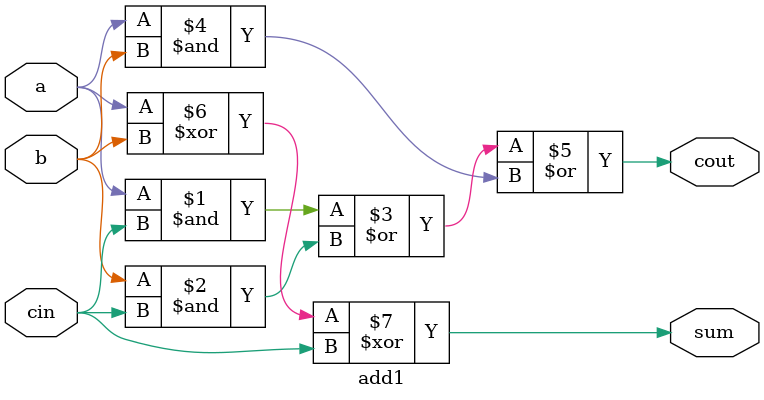
<source format=v>
module top_module (
    input [31:0] a,
    input [31:0] b,
    output [31:0] sum
);//
    wire cout1;
    wire [31:0] sm;
    add16 upper(.a(a[15:0]), .b(b[15:0]) ,.cout(cout1), .sum(sm[15:0]));
    add16 lower(.a(a[31:16]), .b(b[31:16]), .cin(cout1), .sum(sm[31:16]));
    assign sum = sm;

endmodule

module add1 ( input a, input b, input cin,   output sum, output cout );
	
    assign cout = (a&cin) | (b&cin) | (a&b);
    assign sum = a^b^cin;
	
endmodule

</source>
